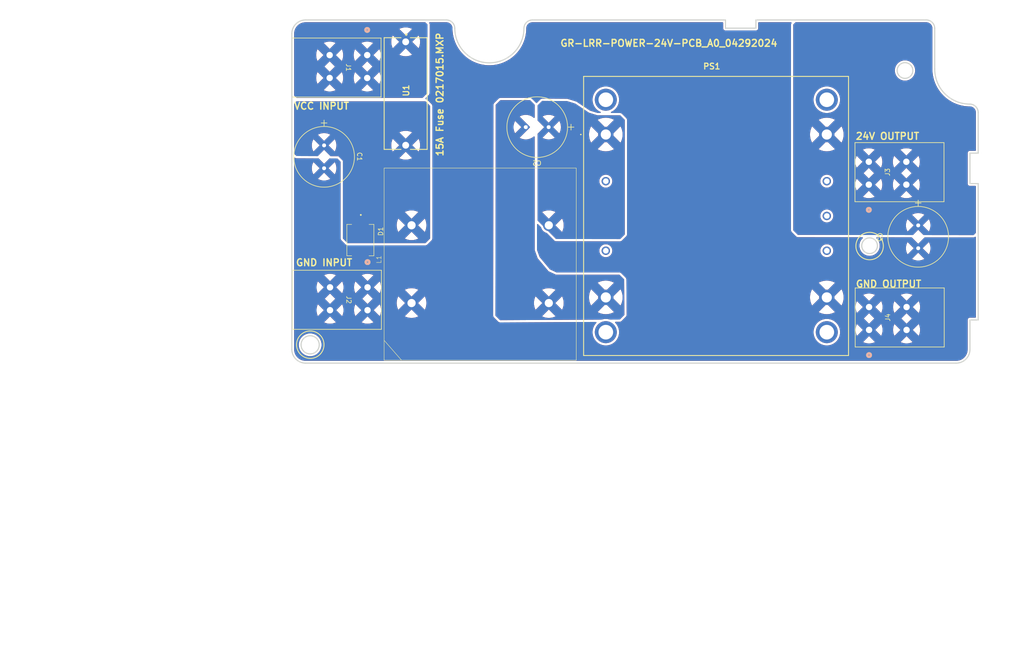
<source format=kicad_pcb>
(kicad_pcb (version 20221018) (generator pcbnew)
  (layers (0 "F.Cu" signal) (31 "B.Cu" signal) (34 "B.Paste" user) (35 "F.Paste" user) (36 "B.SilkS" user "B.Silkscreen") (37 "F.SilkS" user "F.Silkscreen") (38 "B.Mask" user) (39 "F.Mask" user) (44 "Edge.Cuts" user))
  (net 0 "")
  (net 1 "+24V")
  (net 2 "GND")
  (net 3 "BATT+")
  (net 13 "Net-(L1-2N1)")
  (net 14 "Net-(L1-2N2)")
  (net 15 "Net-(J1-Pad1_1)")
  (footprint "2604-1102:2604" (layer "F.Cu") (at 132.065399 30.5786 -90)
    (fp_text reference "J1" (at 2.725001 4.099999 -90 unlocked) (layer "F.SilkS"))
    (fp_text value "BATT+")
    (fp_circle (center -5.504599 0) (end -5.123599 0) (stroke (width 0.508)) (fill none) (layer "B.SilkS"))
    (fp_line (start -3.726599 -3.027) (end -3.726599 16.4294) (stroke (width 0.1524)) (layer "F.SilkS"))
    (fp_line (start -3.726599 16.4294) (end 9.176601 16.4294) (stroke (width 0.1524)) (layer "F.SilkS"))
    (fp_line (start 9.176601 -3.027) (end -3.726599 -3.027) (stroke (width 0.1524)) (layer "F.SilkS"))
    (fp_line (start 9.176601 16.4294) (end 9.176601 -3.027) (stroke (width 0.1524)) (layer "F.SilkS"))
    (fp_circle (center -5.504599 0) (end -5.123599 0) (stroke (width 0.508)) (fill none) (layer "F.SilkS"))
    (pad "1_1" thru_hole circle (at 0 0 270) (size 1.905 1.905) (drill 1.397) (layers "*.Cu" "*.Mask") (net 15 "Net-(J1-Pad1_1)"))
    (pad "1_2" thru_hole circle (at 0 8.199999 270) (size 1.905 1.905) (drill 1.397) (layers "*.Cu" "*.Mask") (net 15 "Net-(J1-Pad1_1)"))
    (pad "2_1" thru_hole circle (at 5 0 270) (size 1.905 1.905) (drill 1.397) (layers "*.Cu" "*.Mask") (net 15 "Net-(J1-Pad1_1)"))
    (pad "2_2" thru_hole circle (at 5 8.199999 270) (size 1.905 1.905) (drill 1.397) (layers "*.Cu" "*.Mask") (net 15 "Net-(J1-Pad1_1)"))
  )
  (footprint "100PX220MEFC12.5X20:CAP_PK&slash_PZ_12P5X20_LOW_RUB" (layer "F.Cu") (at 122.6462 50.30615 -90)
    (fp_text reference "C1" (at 2.46825 -7.747 -90 unlocked) (layer "F.SilkS"))
    (fp_text value "100PX220MEFC12.5X20")
    (fp_line (start -5.5264 0) (end -4.2564 0) (stroke (width 0.1524)) (layer "F.SilkS"))
    (fp_line (start -4.8914 -0.635) (end -4.8914 0.635) (stroke (width 0.1524)) (layer "F.SilkS"))
    (fp_circle (center 2.5 0) (end 9.1294 0) (stroke (width 0.1524)) (fill none) (layer "F.SilkS"))
    (pad "1" thru_hole circle (at 0 0 270) (size 1.3716 1.3716) (drill 0.8636) (layers "*.Cu" "*.Mask") (net 3 "BATT+"))
    (pad "2" thru_hole circle (at 5 0 270) (size 1.3716 1.3716) (drill 0.8636) (layers "*.Cu" "*.Mask") (net 2 "GND"))
  )
  (footprint "100PX220MEFC12.5X20:CAP_PK&slash_PZ_12P5X20_LOW_RUB" (layer "F.Cu") (at 252.491 67.7896 -90)
    (fp_text reference "C3" (at 2.587 8.382 -90 unlocked) (layer "F.SilkS"))
    (fp_text value "100PX220MEFC12.5X20")
    (fp_line (start -5.5264 0) (end -4.2564 0) (stroke (width 0.1524)) (layer "F.SilkS"))
    (fp_line (start -4.8914 -0.635) (end -4.8914 0.635) (stroke (width 0.1524)) (layer "F.SilkS"))
    (fp_circle (center 2.5 0) (end 9.1294 0) (stroke (width 0.1524)) (fill none) (layer "F.SilkS"))
    (pad "1" thru_hole circle (at 0 0 270) (size 1.3716 1.3716) (drill 0.8636) (layers "*.Cu" "*.Mask") (net 1 "+24V"))
    (pad "2" thru_hole circle (at 5 0 270) (size 1.3716 1.3716) (drill 0.8636) (layers "*.Cu" "*.Mask") (net 2 "GND"))
  )
  (footprint "2604-1102:2604" (layer "F.Cu") (at 241.696 58.892 90)
    (fp_text reference "J3" (at 2.725001 4.099999 90 unlocked) (layer "F.SilkS"))
    (fp_text value "24V")
    (fp_circle (center -5.504599 0) (end -5.123599 0) (stroke (width 0.508)) (fill none) (layer "B.SilkS"))
    (fp_line (start -3.726599 -3.027) (end -3.726599 16.4294) (stroke (width 0.1524)) (layer "F.SilkS"))
    (fp_line (start -3.726599 16.4294) (end 9.176601 16.4294) (stroke (width 0.1524)) (layer "F.SilkS"))
    (fp_line (start 9.176601 -3.027) (end -3.726599 -3.027) (stroke (width 0.1524)) (layer "F.SilkS"))
    (fp_line (start 9.176601 16.4294) (end 9.176601 -3.027) (stroke (width 0.1524)) (layer "F.SilkS"))
    (fp_circle (center -5.504599 0) (end -5.123599 0) (stroke (width 0.508)) (fill none) (layer "F.SilkS"))
    (pad "1_1" thru_hole circle (at 0 0 90) (size 1.905 1.905) (drill 1.397) (layers "*.Cu" "*.Mask") (net 1 "+24V"))
    (pad "1_2" thru_hole circle (at 0 8.199999 90) (size 1.905 1.905) (drill 1.397) (layers "*.Cu" "*.Mask") (net 1 "+24V"))
    (pad "2_1" thru_hole circle (at 5 0 90) (size 1.905 1.905) (drill 1.397) (layers "*.Cu" "*.Mask") (net 1 "+24V"))
    (pad "2_2" thru_hole circle (at 5 8.199999 90) (size 1.905 1.905) (drill 1.397) (layers "*.Cu" "*.Mask") (net 1 "+24V"))
  )
  (footprint "2604-1102:2604" (layer "F.Cu") (at 132.1414 81.329499 -90)
    (fp_text reference "J2" (at 2.725001 4.099999 -90 unlocked) (layer "F.SilkS"))
    (fp_text value "GND")
    (fp_circle (center -5.504599 0) (end -5.123599 0) (stroke (width 0.508)) (fill none) (layer "B.SilkS"))
    (fp_line (start -3.726599 -3.027) (end -3.726599 16.4294) (stroke (width 0.1524)) (layer "F.SilkS"))
    (fp_line (start -3.726599 16.4294) (end 9.176601 16.4294) (stroke (width 0.1524)) (layer "F.SilkS"))
    (fp_line (start 9.176601 -3.027) (end -3.726599 -3.027) (stroke (width 0.1524)) (layer "F.SilkS"))
    (fp_line (start 9.176601 16.4294) (end 9.176601 -3.027) (stroke (width 0.1524)) (layer "F.SilkS"))
    (fp_circle (center -5.504599 0) (end -5.123599 0) (stroke (width 0.508)) (fill none) (layer "F.SilkS"))
    (pad "1_1" thru_hole circle (at 0 0 270) (size 1.905 1.905) (drill 1.397) (layers "*.Cu" "*.Mask") (net 2 "GND"))
    (pad "1_2" thru_hole circle (at 0 8.199999 270) (size 1.905 1.905) (drill 1.397) (layers "*.Cu" "*.Mask") (net 2 "GND"))
    (pad "2_1" thru_hole circle (at 5 0 270) (size 1.905 1.905) (drill 1.397) (layers "*.Cu" "*.Mask") (net 2 "GND"))
    (pad "2_2" thru_hole circle (at 5 8.199999 270) (size 1.905 1.905) (drill 1.397) (layers "*.Cu" "*.Mask") (net 2 "GND"))
  )
  (footprint "696108003002:WR-FSH_THT_2" (layer "F.Cu") (at 140.477 38.9792 -90)
    (fp_text reference "U1" (at -0.662 -0.1 90) (layer "F.SilkS") (effects (font (size 1.27 1.27) (thickness 0.254))))
    (fp_text value "696108003002" hide)
    (fp_line (start -12.2 -4.7) (end -12.2 -1.023) (stroke (width 0.2)) (layer "F.SilkS"))
    (fp_line (start -12.2 -4.7) (end 12.2 -4.7) (stroke (width 0.2)) (layer "F.SilkS"))
    (fp_line (start -12.2 4.7) (end -12.2 1.023) (stroke (width 0.2)) (layer "F.SilkS"))
    (fp_line (start 12.2 -4.7) (end 12.2 -1.023) (stroke (width 0.2)) (layer "F.SilkS"))
    (fp_line (start 12.2 4.7) (end -12.2 4.7) (stroke (width 0.2)) (layer "F.SilkS"))
    (fp_line (start 12.2 4.7) (end 12.2 1.023) (stroke (width 0.2)) (layer "F.SilkS"))
    (fp_circle (center -12.887 -0.113) (end -12.887 -0.04651) (stroke (width 0.2)) (fill none) (layer "F.SilkS"))
    (pad "1" thru_hole circle (at -11.3 0 270) (size 2.3 2.3) (drill 1.5) (layers "*.Cu" "*.Mask") (net 15 "Net-(J1-Pad1_1)"))
    (pad "2" thru_hole circle (at 11.3 0 270) (size 2.3 2.3) (drill 1.5) (layers "*.Cu" "*.Mask") (net 3 "BATT+"))
  )
  (footprint "QSB30024S24:QSB30024S24" (layer "F.Cu") (at 184.2158 47.9338)
    (fp_text reference "PS1" (at 23.1648 -14.8952) (layer "F.SilkS") (effects (font (size 1.27 1.27) (thickness 0.254))))
    (fp_text value "QSB30024S24" hide)
    (fp_line (start -5.5 0) (end -5.5 0) (stroke (width 0.2)) (layer "F.SilkS"))
    (fp_line (start -5.5 0) (end -5.4 0) (stroke (width 0.2)) (layer "F.SilkS"))
    (fp_line (start -5.4 0) (end -5.4 0) (stroke (width 0.2)) (layer "F.SilkS"))
    (fp_line (start -4.85 -12.7) (end -4.85 48.3) (stroke (width 0.2)) (layer "F.SilkS"))
    (fp_line (start -4.85 48.3) (end 53.05 48.3) (stroke (width 0.2)) (layer "F.SilkS"))
    (fp_line (start 53.05 -12.7) (end -4.85 -12.7) (stroke (width 0.2)) (layer "F.SilkS"))
    (fp_line (start 53.05 48.3) (end 53.05 -12.7) (stroke (width 0.2)) (layer "F.SilkS"))
    (fp_arc (start -5.5 0) (mid -5.45 -0.05) (end -5.4 0) (stroke (width 0.2)) (layer "F.SilkS"))
    (fp_arc (start -5.4 0) (mid -5.45 0.05) (end -5.5 0) (stroke (width 0.2)) (layer "F.SilkS"))
    (pad "1" thru_hole circle (at 0 0) (size 3.345 3.345) (drill 2.23) (layers "*.Cu" "*.Mask") (net 14 "Net-(L1-2N2)"))
    (pad "2" thru_hole circle (at 0 10.2) (size 1.83 1.83) (drill 1.22) (layers "*.Cu" "*.Mask"))
    (pad "3" thru_hole circle (at 0 25.4) (size 1.83 1.83) (drill 1.22) (layers "*.Cu" "*.Mask"))
    (pad "4" thru_hole circle (at 0 35.6) (size 3.345 3.345) (drill 2.23) (layers "*.Cu" "*.Mask") (net 13 "Net-(L1-2N1)"))
    (pad "5" thru_hole circle (at 48.3 35.6) (size 3.345 3.345) (drill 2.23) (layers "*.Cu" "*.Mask") (net 2 "GND"))
    (pad "6" thru_hole circle (at 48.3 25.4) (size 1.83 1.83) (drill 1.22) (layers "*.Cu" "*.Mask"))
    (pad "7" thru_hole circle (at 48.3 17.8) (size 1.83 1.83) (drill 1.22) (layers "*.Cu" "*.Mask"))
    (pad "8" thru_hole circle (at 48.3 10.2) (size 1.83 1.83) (drill 1.22) (layers "*.Cu" "*.Mask"))
    (pad "9" thru_hole circle (at 48.3 0) (size 3.345 3.345) (drill 2.23) (layers "*.Cu" "*.Mask") (net 1 "+24V"))
    (pad "MH1" thru_hole circle (at 0 -7.6) (size 4.8 4.8) (drill 3.2) (layers "*.Cu" "*.Mask"))
    (pad "MH2" thru_hole circle (at 0 43.2) (size 4.8 4.8) (drill 3.2) (layers "*.Cu" "*.Mask"))
    (pad "MH3" thru_hole circle (at 48.3 -7.6) (size 4.8 4.8) (drill 3.2) (layers "*.Cu" "*.Mask"))
    (pad "MH4" thru_hole circle (at 48.3 43.2) (size 4.8 4.8) (drill 3.2) (layers "*.Cu" "*.Mask"))
  )
  (footprint "2604-1102:2604" (layer "F.Cu") (at 241.751001 90.642 90)
    (fp_text reference "J4" (at 2.725001 4.099999 90 unlocked) (layer "F.SilkS"))
    (fp_text value "GND")
    (fp_circle (center -5.504599 0) (end -5.123599 0) (stroke (width 0.508)) (fill none) (layer "B.SilkS"))
    (fp_line (start -3.726599 -3.027) (end -3.726599 16.4294) (stroke (width 0.1524)) (layer "F.SilkS"))
    (fp_line (start -3.726599 16.4294) (end 9.176601 16.4294) (stroke (width 0.1524)) (layer "F.SilkS"))
    (fp_line (start 9.176601 -3.027) (end -3.726599 -3.027) (stroke (width 0.1524)) (layer "F.SilkS"))
    (fp_line (start 9.176601 16.4294) (end 9.176601 -3.027) (stroke (width 0.1524)) (layer "F.SilkS"))
    (fp_circle (center -5.504599 0) (end -5.123599 0) (stroke (width 0.508)) (fill none) (layer "F.SilkS"))
    (pad "1_1" thru_hole circle (at 0 0 90) (size 1.905 1.905) (drill 1.397) (layers "*.Cu" "*.Mask") (net 2 "GND"))
    (pad "1_2" thru_hole circle (at 0 8.199999 90) (size 1.905 1.905) (drill 1.397) (layers "*.Cu" "*.Mask") (net 2 "GND"))
    (pad "2_1" thru_hole circle (at 5 0 90) (size 1.905 1.905) (drill 1.397) (layers "*.Cu" "*.Mask") (net 2 "GND"))
    (pad "2_2" thru_hole circle (at 5 8.199999 90) (size 1.905 1.905) (drill 1.397) (layers "*.Cu" "*.Mask") (net 2 "GND"))
  )
  (footprint "100PX220MEFC12.5X20:CAP_PK&slash_PZ_12P5X20_LOW_RUB" (layer "F.Cu") (at 171.72345 46.3228 180)
    (fp_text reference "C2" (at 2.54445 -7.7978 180 unlocked) (layer "F.SilkS"))
    (fp_text value "100PX220MEFC12.5X20")
    (fp_line (start -5.5264 0) (end -4.2564 0) (stroke (width 0.1524)) (layer "F.SilkS"))
    (fp_line (start -4.8914 -0.635) (end -4.8914 0.635) (stroke (width 0.1524)) (layer "F.SilkS"))
    (fp_circle (center 2.5 0) (end 9.1294 0) (stroke (width 0.1524)) (fill none) (layer "F.SilkS"))
    (pad "1" thru_hole circle (at 0 0 180) (size 1.3716 1.3716) (drill 0.8636) (layers "*.Cu" "*.Mask") (net 14 "Net-(L1-2N2)"))
    (pad "2" thru_hole circle (at 5 0 180) (size 1.3716 1.3716) (drill 0.8636) (layers "*.Cu" "*.Mask") (net 13 "Net-(L1-2N1)"))
  )
  (footprint "SMCJ40A:DIOM7959X262N" (layer "F.Cu") (at 130.571 71.0116 -90)
    (fp_text reference "D1" (at -1.905 -4.445 90) (layer "F.SilkS"))
    (fp_text value "SMCJ40A")
    (fp_line (start -3.4275 -2.9525) (end 3.4275 -2.9525) (stroke (width 0.127)) (layer "F.SilkS"))
    (fp_line (start -3.4275 -1.9) (end -3.4275 -2.9525) (stroke (width 0.127)) (layer "F.SilkS"))
    (fp_line (start -3.4275 1.9) (end -3.4275 2.9525) (stroke (width 0.127)) (layer "F.SilkS"))
    (fp_line (start -3.4275 2.9525) (end 3.4275 2.9525) (stroke (width 0.127)) (layer "F.SilkS"))
    (fp_line (start 3.4275 -2.9525) (end 3.4275 -1.9) (stroke (width 0.127)) (layer "F.SilkS"))
    (fp_line (start 3.4275 2.9525) (end 3.4275 1.9) (stroke (width 0.127)) (layer "F.SilkS"))
    (fp_circle (center -5.5 -0.1) (end -5.4 -0.1) (stroke (width 0.2)) (fill none) (layer "F.SilkS"))
    (pad "A" smd roundrect (at 3.485 0 270) (size 2.18 3.12) (layers "F.Cu" "F.Paste" "F.Mask") (roundrect_rratio 0.39) (net 2 "GND"))
    (pad "C" smd roundrect (at -3.485 0 270) (size 2.18 3.12) (layers "F.Cu" "F.Paste" "F.Mask") (roundrect_rratio 0.39) (net 3 "BATT+"))
  )
  (footprint "SC-14-15JH:SC-14-15JH" (layer "F.Cu") (at 156.7584 76.2694 90)
    (fp_text reference "L1" (at 1.016 -22.1234 90 unlocked) (layer "F.SilkS") (effects (font (thickness 0.1))))
    (fp_text value "SC-14-15JH")
    (fp_line (start -16.6878 -20.955) (end -20.9296 -17.2466) (stroke (width 0.1)) (layer "F.SilkS"))
    (fp_rect (start -21 -21) (end 21 21) (stroke (width 0.1)) (fill none) (layer "F.SilkS"))
    (pad "1" thru_hole circle (at -8.5 -15 90) (size 2.5 2.5) (drill 1.8) (layers "*.Cu" "*.Mask") (net 2 "GND"))
    (pad "2" thru_hole circle (at 8.5 -15 90) (size 2.5 2.5) (drill 1.8) (layers "*.Cu" "*.Mask") (net 3 "BATT+"))
    (pad "3" thru_hole circle (at 8.5 15 90) (size 2.5 2.5) (drill 1.8) (layers "*.Cu" "*.Mask") (net 14 "Net-(L1-2N2)"))
    (pad "4" thru_hole circle (at -8.5 15 90) (size 2.5 2.5) (drill 1.8) (layers "*.Cu" "*.Mask") (net 13 "Net-(L1-2N1)"))
  )
  (gr_circle (center 241.871 72.307) (end 244.871 72.307) (stroke (width 0.2)) (fill none) (layer "F.SilkS"))
  (gr_circle (center 119.6236 93.8716) (end 122.6236 93.8716) (stroke (width 0.2)) (fill none) (layer "F.SilkS"))
  (gr_line (start 210.366585 24.691777) (end 210.366585 22.897) (stroke (width 0.25)) (layer "Edge.Cuts"))
  (gr_circle (center 241.864253 72.234147) (end 243.578753 72.234147) (stroke (width 0.25)) (fill none) (layer "Edge.Cuts"))
  (gr_arc (start 263.803423 94.897) (mid 262.924742 97.018322) (end 260.803423 97.897) (stroke (width 0.25)) (layer "Edge.Cuts"))
  (gr_line (start 149.370153 22.897) (end 118.5982 22.897) (stroke (width 0.25)) (layer "Edge.Cuts"))
  (gr_line (start 217.024721 24.691777) (end 210.366585 24.691777) (stroke (width 0.25)) (layer "Edge.Cuts"))
  (gr_line (start 265.5982 52.001379) (end 265.5982 43.125747) (stroke (width 0.25)) (layer "Edge.Cuts"))
  (gr_line (start 263.803423 52.001379) (end 265.5982 52.001379) (stroke (width 0.25)) (layer "Edge.Cuts"))
  (gr_arc (start 166.327006 24.736147) (mid 158.768153 32.295) (end 151.2093 24.736147) (stroke (width 0.25)) (layer "Edge.Cuts"))
  (gr_line (start 210.366585 22.897) (end 168.166153 22.897) (stroke (width 0.25)) (layer "Edge.Cuts"))
  (gr_line (start 254.259453 22.897) (end 217.024721 22.897) (stroke (width 0.25)) (layer "Edge.Cuts"))
  (gr_line (start 263.803423 58.659515) (end 263.803423 52.001379) (stroke (width 0.25)) (layer "Edge.Cuts"))
  (gr_line (start 118.5982 97.897) (end 260.803423 97.897) (stroke (width 0.25)) (layer "Edge.Cuts"))
  (gr_line (start 263.803423 88.463079) (end 265.5982 88.463079) (stroke (width 0.25)) (layer "Edge.Cuts"))
  (gr_arc (start 115.5982 25.897) (mid 116.476877 23.775674) (end 118.5982 22.897) (stroke (width 0.25)) (layer "Edge.Cuts"))
  (gr_line (start 115.5982 25.897) (end 115.5982 94.897) (stroke (width 0.25)) (layer "Edge.Cuts"))
  (gr_line (start 217.024721 22.897) (end 217.024721 24.691777) (stroke (width 0.25)) (layer "Edge.Cuts"))
  (gr_line (start 256.0986 33.626147) (end 256.0986 24.736147) (stroke (width 0.25)) (layer "Edge.Cuts"))
  (gr_circle (center 119.5982 93.897) (end 121.585084 93.897) (stroke (width 0.25)) (fill none) (layer "Edge.Cuts"))
  (gr_arc (start 254.259453 22.897) (mid 255.559913 23.435687) (end 256.0986 24.736147) (stroke (width 0.25)) (layer "Edge.Cuts"))
  (gr_line (start 263.803423 94.897) (end 263.803423 88.463079) (stroke (width 0.25)) (layer "Edge.Cuts"))
  (gr_circle (center 249.604903 33.943647) (end 251.319403 33.943647) (stroke (width 0.25)) (fill none) (layer "Edge.Cuts"))
  (gr_line (start 265.5982 58.659515) (end 263.803423 58.659515) (stroke (width 0.25)) (layer "Edge.Cuts"))
  (gr_line (start 265.5982 88.463079) (end 265.5982 58.659515) (stroke (width 0.25)) (layer "Edge.Cuts"))
  (gr_arc (start 118.5982 97.897) (mid 116.476881 97.018319) (end 115.5982 94.897) (stroke (width 0.25)) (layer "Edge.Cuts"))
  (gr_arc (start 166.327006 24.736147) (mid 166.865699 23.435721) (end 168.166153 22.897) (stroke (width 0.25)) (layer "Edge.Cuts"))
  (gr_arc (start 263.759053 41.2866) (mid 258.342293 39.042907) (end 256.0986 33.626147) (stroke (width 0.25)) (layer "Edge.Cuts"))
  (gr_arc (start 263.759053 41.2866) (mid 265.059513 41.825287) (end 265.5982 43.125747) (stroke (width 0.25)) (layer "Edge.Cuts"))
  (gr_arc (start 149.370153 22.897) (mid 150.670613 23.435687) (end 151.2093 24.736147) (stroke (width 0.25)) (layer "Edge.Cuts"))
  (gr_text "15A Fuse 0217015.MXP" (at 148.826 52.852 90) (layer "F.SilkS") (effects (font (size 1.5 1.5) (thickness 0.3) bold) (justify left bottom)))
  (gr_text "GND OUTPUT" (at 238.724001 81.465399) (layer "F.SilkS") (effects (font (size 1.5 1.5) (thickness 0.3) bold) (justify left bottom)))
  (gr_text "VCC INPUT" (at 115.9406 42.589) (layer "F.SilkS") (effects (font (size 1.5 1.5) (thickness 0.3) bold) (justify left bottom)))
  (gr_text "GR-LRR-POWER-24V-PCB_A0_04292024" (at 174.126 28.852) (layer "F.SilkS") (effects (font (size 1.5 1.5) (thickness 0.3) bold) (justify left bottom)))
  (gr_text "GND INPUT" (at 116.347 76.8028) (layer "F.SilkS") (effects (font (size 1.5 1.5) (thickness 0.3) bold) (justify left bottom)))
  (gr_text "24V OUTPUT" (at 238.6944 49.181999) (layer "F.SilkS") (effects (font (size 1.5 1.5) (thickness 0.3) bold) (justify left bottom)))
  (zone (net 3) (net_name "BATT+") (layers "F&B.Cu") (priority 2) (connect_pads (clearance 0.5)) (min_thickness 0.25) (fill yes (thermal_gap 2) (thermal_bridge_width 2) (smoothing chamfer) (radius 1))
    (polygon (pts (xy 145.811 58.37533) (xy 145.811 40.684) (xy 114.95 40.684) (xy 114.838806 52.622) (xy 126.761 52.6728) (xy 126.761 71.672) (xy 145.811 71.672)))
  )
  (zone (net 14) (net_name "Net-(L1-2N2)") (layers "F&B.Cu") (priority 2) (connect_pads (clearance 0.5)) (min_thickness 0.25) (fill yes (thermal_gap 2) (thermal_bridge_width 2) (smoothing chamfer) (radius 1))
    (polygon (pts (xy 169.306 40.582189) (xy 169.306 70.757389) (xy 188.356 70.783) (xy 188.356 43.732) (xy 181.371 43.732) (xy 176.7228 40.6332)))
  )
  (zone (net 1) (net_name "+24V") (layers "F&B.Cu") (priority 2) (connect_pads (clearance 0.5)) (min_thickness 0.25) (fill yes (thermal_gap 2) (thermal_bridge_width 2) (smoothing chamfer) (radius 1))
    (polygon (pts (xy 225.186 18.967) (xy 265.5974 18.967) (xy 265.826 69.9194) (xy 225.186 69.8686)))
  )
  (zone (net 13) (net_name "Net-(L1-2N1)") (layers "F&B.Cu") (priority 2) (connect_pads (clearance 0.5)) (min_thickness 0.25) (fill yes (thermal_gap 2) (thermal_bridge_width 2) (smoothing chamfer) (radius 1))
    (polygon (pts (xy 160.162 40.43) (xy 160.0858 88.5122) (xy 188.2798 88.3598) (xy 188.2036 78.5808) (xy 172.3286 78.5808) (xy 168.671 74.212) (xy 168.671 40.43)))
  )
  (zone (net 15) (net_name "Net-(J1-Pad1_1)") (layers "F&B.Cu") (priority 2) (connect_pads (clearance 0.5)) (min_thickness 0.25) (fill yes (thermal_gap 2) (thermal_bridge_width 2) (smoothing chamfer) (radius 1))
    (polygon (pts (xy 145.2522 22.65) (xy 114.9246 22.5992) (xy 114.8992 39.922) (xy 145.176 39.922)))
  )
  (zone (net 2) (net_name "GND") (layers "F&B.Cu") (priority 1) (connect_pads (clearance 0.5)) (min_thickness 0.25) (fill yes (thermal_gap 2) (thermal_bridge_width 2) (smoothing chamfer) (radius 1))
    (polygon (pts (xy 110.886 18.5352) (xy 274.9954 18.7638) (xy 275.6304 101.9742) (xy 111.5718 103.0918)))
  )
)
</source>
